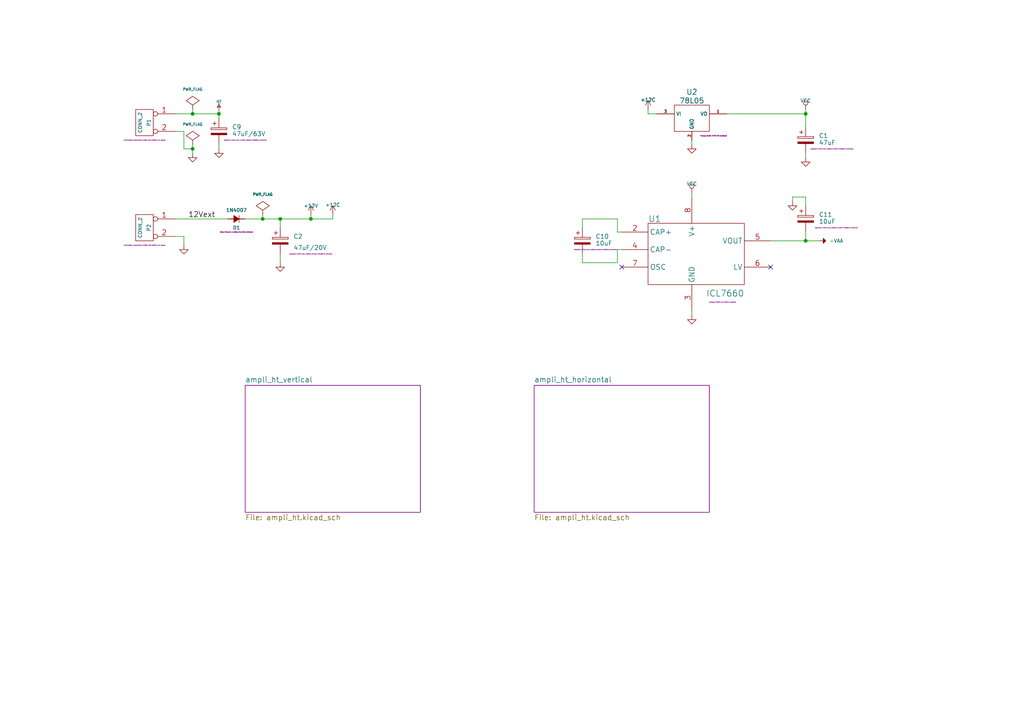
<source format=kicad_sch>
(kicad_sch (version 20200310) (host eeschema "(5.99.0-1545-g9916f24fa)")
  (page "A4")
  (title_block (title "Complex hierarchy: demo") (date "2017-01-15"))
  (lib_symbols
    (symbol "complex_hierarchy_schlib:+12C" (power) (pin_names (offset 0))
      (property "Value" "+12C" (at 0 3.81 0))
      (symbol "+12C_0_1"
        (polyline (pts (xy -0.762 1.27) (xy 0 2.54)))
        (polyline (pts (xy 0 0) (xy 0 2.54)))
        (polyline (pts (xy 0 2.54) (xy 0.762 1.27)))
      )
      (symbol "+12C_1_1"
        (pin power_in line (at 0 0 90) (length 0) (name "+12C") (number "1") hide)
      )
    )
    (symbol "complex_hierarchy_schlib:+12V" (power) (pin_names (offset 0))
      (property "Value" "+12V" (at 0 3.556 0))
      (symbol "+12V_0_1"
        (polyline (pts (xy -0.762 1.27) (xy 0 2.54)))
        (polyline (pts (xy 0 0) (xy 0 2.54)))
        (polyline (pts (xy 0 2.54) (xy 0.762 1.27)))
      )
      (symbol "+12V_1_1"
        (pin power_in line (at 0 0 90) (length 0) (name "+12V") (number "1") hide)
      )
    )
    (symbol "complex_hierarchy_schlib:-VAA" (power) (pin_names (offset 0))
      (property "Value" "-VAA" (at 0 2.54 0))
      (symbol "-VAA_0_1"
        (polyline (pts (xy 0 0) (xy 0 1.27) (xy 0 1.27)))
        (polyline (pts (xy 0 2.032) (xy 0.762 1.27) (xy -0.508 1.27) (xy -0.762 1.27) (xy 0 2.032) (xy 0 2.032) (xy 0 2.032)) (fill (type outline)))
      )
      (symbol "-VAA_0_0"
        (pin power_in line (at 0 0 90) (length 0) (name "-VAA") (number "1") hide)
      )
    )
    (symbol "complex_hierarchy_schlib:7805" (pin_names (offset 0.508))
      (property "Reference" "U" (at 3.81 -4.9784 0))
      (property "Value" "7805" (at 0 5.08 0))
      (symbol "7805_0_1"
        (rectangle (start -5.08 -3.81) (end 5.08 3.81))
      )
      (symbol "7805_1_1"
        (pin power_out line (at 10.16 1.27 180) (length 5.08) (name "VO") (number "1"))
        (pin input line (at 0 -6.35 90) (length 2.54) (name "GND") (number "2"))
        (pin input line (at -10.16 1.27 0) (length 5.08) (name "VI") (number "3"))
      )
    )
    (symbol "complex_hierarchy_schlib:CONN_2" (pin_names hide)
      (property "Reference" "P" (at -1.27 0 90))
      (property "Value" "CONN_2" (at 1.27 0 90))
      (symbol "CONN_2_0_1"
        (rectangle (start -2.54 3.81) (end 2.54 -3.81))
      )
      (symbol "CONN_2_1_1"
        (pin passive inverted (at -8.89 2.54 0) (length 6.35) (name "P1") (number "1"))
        (pin passive inverted (at -8.89 -2.54 0) (length 6.35) (name "PM") (number "2"))
      )
    )
    (symbol "complex_hierarchy_schlib:CP" (pin_numbers hide) (pin_names (offset 0.254))
      (property "Reference" "C" (at 0.635 2.54 0))
      (property "Value" "CP" (at 0.635 -2.54 0))
      (symbol "CP_0_1"
        (rectangle (start -2.286 0.508) (end -2.286 1.016))
        (rectangle (start -2.286 0.508) (end 2.286 0.508))
        (rectangle (start -1.778 2.286) (end -0.762 2.286))
        (rectangle (start -1.27 1.778) (end -1.27 2.794))
        (rectangle (start 2.286 -0.508) (end -2.286 -1.016) (fill (type outline)))
        (rectangle (start 2.286 1.016) (end -2.286 1.016))
        (rectangle (start 2.286 1.016) (end 2.286 0.508))
      )
      (symbol "CP_1_1"
        (pin passive line (at 0 3.81 270) (length 2.794) (name "~") (number "1"))
        (pin passive line (at 0 -3.81 90) (length 2.794) (name "~") (number "2"))
      )
    )
    (symbol "complex_hierarchy_schlib:D_Small" (pin_numbers hide) (pin_names (offset 0.254) hide)
      (property "Reference" "D" (at -1.27 2.032 0))
      (property "Value" "D_Small" (at -3.81 -2.032 0))
      (symbol "D_Small_0_1"
        (polyline (pts (xy -0.762 -1.016) (xy -0.762 1.016)))
        (polyline (pts (xy 0.762 -1.016) (xy -0.762 0) (xy 0.762 1.016) (xy 0.762 -1.016)) (fill (type outline)))
      )
      (symbol "D_Small_1_1"
        (pin passive line (at -2.54 0 0) (length 1.778) (name "K") (number "1"))
        (pin passive line (at 2.54 0 180) (length 1.778) (name "A") (number "2"))
      )
    )
    (symbol "complex_hierarchy_schlib:GND" (power) (pin_names (offset 0))
      (property "Value" "GND" (at 0 -3.1242 0))
      (symbol "GND_0_1"
        (polyline (pts (xy 0 0) (xy 0 -1.27) (xy 1.27 -1.27) (xy 0 -2.54) (xy -1.27 -1.27) (xy 0 -1.27)))
      )
      (symbol "GND_1_1"
        (pin power_in line (at 0 0 270) (length 0) (name "GND") (number "1") hide)
      )
    )
    (symbol "complex_hierarchy_schlib:HT" (power) (pin_names (offset 0))
      (property "Value" "HT" (at 0 2.286 0))
      (symbol "HT_0_1"
        (polyline (pts (xy 0 0) (xy 0 1.016) (xy 0 1.016)))
        (polyline (pts (xy 0 1.016) (xy 0.508 0.508) (xy 0 1.778) (xy -0.508 0.508) (xy 0 1.016) (xy 0 1.016)))
      )
      (symbol "HT_0_0"
        (pin power_in line (at 0 0 90) (length 0) (name "HT") (number "1") hide)
      )
    )
    (symbol "complex_hierarchy_schlib:ICL7660"
      (property "Reference" "U" (at 5.08 10.16 0))
      (property "Value" "ICL7660" (at 1.27 -11.43 0))
      (symbol "ICL7660_0_1"
        (rectangle (start -13.97 -8.89) (end 13.97 8.89))
      )
      (symbol "ICL7660_1_1"
        (pin input line (at -21.59 6.35 0) (length 7.62) (name "CAP+") (number "2"))
        (pin power_in line (at -1.27 -16.51 90) (length 7.62) (name "GND") (number "3"))
        (pin input line (at -21.59 1.27 0) (length 7.62) (name "CAP-") (number "4"))
        (pin power_out line (at 21.59 3.81 180) (length 7.62) (name "VOUT") (number "5"))
        (pin input line (at 21.59 -3.81 180) (length 7.62) (name "LV") (number "6"))
        (pin input line (at -21.59 -3.81 0) (length 7.62) (name "OSC") (number "7"))
        (pin power_in line (at -1.27 16.51 270) (length 7.62) (name "V+") (number "8"))
      )
    )
    (symbol "complex_hierarchy_schlib:PWR_FLAG" (power) (pin_numbers hide) (pin_names (offset 0) hide)
      (property "Value" "PWR_FLAG" (at 0 4.572 0))
      (symbol "PWR_FLAG_0_1"
        (polyline (pts (xy 0 0) (xy 0 1.27) (xy -1.905 2.54) (xy 0 3.81) (xy 1.905 2.54) (xy 0 1.27)))
      )
      (symbol "PWR_FLAG_0_0"
        (pin power_out line (at 0 0 90) (length 0) (name "pwr") (number "1"))
      )
    )
    (symbol "complex_hierarchy_schlib:VCC" (power) (pin_names (offset 0))
      (property "Value" "VCC" (at 0 3.81 0))
      (symbol "VCC_0_1"
        (circle (center 0 1.905) (radius 0.635))
        (polyline (pts (xy 0 0) (xy 0 1.27)))
      )
      (symbol "VCC_1_1"
        (pin power_in line (at 0 0 90) (length 0) (name "VCC") (number "1") hide)
      )
    )
  )
  (junction (at 55.88 33.02))
  (junction (at 63.5 33.02))
  (junction (at 233.68 33.02))
  (junction (at 76.2 63.5))
  (junction (at 90.17 63.5))
  (junction (at 55.88 43.18))
  (junction (at 81.28 63.5))
  (junction (at 233.68 69.85))
  (no_connect (at 180.34 77.47))
  (no_connect (at 223.52 77.47))
  (wire (pts (xy 50.8 33.02) (xy 55.88 33.02)))
  (wire (pts (xy 50.8 38.1) (xy 53.34 38.1)))
  (wire (pts (xy 50.8 63.5) (xy 66.04 63.5)))
  (wire (pts (xy 53.34 38.1) (xy 53.34 43.18)))
  (wire (pts (xy 53.34 43.18) (xy 55.88 43.18)))
  (wire (pts (xy 53.34 68.58) (xy 50.8 68.58)))
  (wire (pts (xy 53.34 71.12) (xy 53.34 68.58)))
  (wire (pts (xy 55.88 31.75) (xy 55.88 33.02)))
  (wire (pts (xy 55.88 33.02) (xy 63.5 33.02)))
  (wire (pts (xy 55.88 41.91) (xy 55.88 43.18)))
  (wire (pts (xy 55.88 43.18) (xy 55.88 44.45)))
  (wire (pts (xy 63.5 31.75) (xy 63.5 33.02)))
  (wire (pts (xy 63.5 33.02) (xy 63.5 34.29)))
  (wire (pts (xy 63.5 41.91) (xy 63.5 43.18)))
  (wire (pts (xy 71.12 63.5) (xy 76.2 63.5)))
  (wire (pts (xy 76.2 63.5) (xy 76.2 62.23)))
  (wire (pts (xy 76.2 63.5) (xy 81.28 63.5)))
  (wire (pts (xy 81.28 63.5) (xy 81.28 66.04)))
  (wire (pts (xy 81.28 63.5) (xy 90.17 63.5)))
  (wire (pts (xy 81.28 73.66) (xy 81.28 76.2)))
  (wire (pts (xy 90.17 62.23) (xy 90.17 63.5)))
  (wire (pts (xy 90.17 63.5) (xy 96.52 63.5)))
  (wire (pts (xy 96.52 63.5) (xy 96.52 62.23)))
  (wire (pts (xy 168.91 63.5) (xy 179.07 63.5)))
  (wire (pts (xy 168.91 66.04) (xy 168.91 63.5)))
  (wire (pts (xy 168.91 73.66) (xy 168.91 76.2)))
  (wire (pts (xy 168.91 76.2) (xy 179.07 76.2)))
  (wire (pts (xy 179.07 63.5) (xy 179.07 67.31)))
  (wire (pts (xy 179.07 67.31) (xy 180.34 67.31)))
  (wire (pts (xy 179.07 72.39) (xy 180.34 72.39)))
  (wire (pts (xy 179.07 76.2) (xy 179.07 72.39)))
  (wire (pts (xy 187.96 31.75) (xy 187.96 33.02)))
  (wire (pts (xy 187.96 33.02) (xy 190.5 33.02)))
  (wire (pts (xy 200.66 41.91) (xy 200.66 40.64)))
  (wire (pts (xy 200.66 55.88) (xy 200.66 57.15)))
  (wire (pts (xy 200.66 91.44) (xy 200.66 90.17)))
  (wire (pts (xy 210.82 33.02) (xy 233.68 33.02)))
  (wire (pts (xy 223.52 69.85) (xy 233.68 69.85)))
  (wire (pts (xy 229.87 57.15) (xy 233.68 57.15)))
  (wire (pts (xy 229.87 58.42) (xy 229.87 57.15)))
  (wire (pts (xy 233.68 31.75) (xy 233.68 33.02)))
  (wire (pts (xy 233.68 33.02) (xy 233.68 36.83)))
  (wire (pts (xy 233.68 44.45) (xy 233.68 45.72)))
  (wire (pts (xy 233.68 59.69) (xy 233.68 57.15)))
  (wire (pts (xy 233.68 67.31) (xy 233.68 69.85)))
  (wire (pts (xy 233.68 69.85) (xy 237.49 69.85)))
  (label "12Vext" (at 54.61 63.5 0) (effects (font (size 1.524 1.524))))
  (symbol (lib_id "complex_hierarchy_schlib:HT") (at 63.5 31.75 0) (unit 1)
    (property "Reference" "#PWR08" (effects hide))
    (property "Value" "HT" (at 63.5 29.464 0) (effects (font (size 0.762 0.762))))
  )
  (symbol (lib_id "complex_hierarchy_schlib:-VAA") (at 237.49 69.85 270) (unit 1)
    (property "Reference" "#PWR02" (effects hide))
    (property "Value" "-VAA" (at 242.57 69.85 90) (effects (font (size 1.016 1.016))))
  )
  (symbol (lib_id "complex_hierarchy_schlib:VCC") (at 200.66 55.88 0) (unit 1)
    (property "Reference" "#PWR03" (effects hide))
    (property "Value" "VCC" (at 200.66 53.34 0) (effects (font (size 1.016 1.016))))
  )
  (symbol (lib_id "complex_hierarchy_schlib:VCC") (at 233.68 31.75 0) (unit 1)
    (property "Reference" "#PWR04" (effects hide))
    (property "Value" "VCC" (at 233.68 29.21 0) (effects (font (size 1.016 1.016))))
  )
  (symbol (lib_id "complex_hierarchy_schlib:+12V") (at 90.17 62.23 0) (unit 1)
    (property "Reference" "#U016" (effects hide))
    (property "Value" "+12V" (at 90.17 59.69 0) (effects (font (size 1.016 1.016))))
  )
  (symbol (lib_id "complex_hierarchy_schlib:+12C") (at 96.52 62.23 0) (unit 1)
    (property "Reference" "#PWR014" (effects hide))
    (property "Value" "+12C" (at 96.52 59.436 0) (effects (font (size 1.016 1.016))))
  )
  (symbol (lib_id "complex_hierarchy_schlib:+12C") (at 187.96 31.75 0) (unit 1)
    (property "Reference" "#PWR011" (effects hide))
    (property "Value" "+12C" (at 187.96 28.956 0) (effects (font (size 1.016 1.016))))
  )
  (symbol (lib_id "complex_hierarchy_schlib:GND") (at 53.34 71.12 0) (unit 1)
    (property "Reference" "#PWR018" (effects hide))
    (property "Value" "GND" (effects hide))
  )
  (symbol (lib_id "complex_hierarchy_schlib:GND") (at 55.88 44.45 0) (unit 1)
    (property "Reference" "#PWR07" (effects hide))
    (property "Value" "GND" (effects hide))
  )
  (symbol (lib_id "complex_hierarchy_schlib:GND") (at 63.5 43.18 0) (unit 1)
    (property "Reference" "#PWR06" (effects hide))
    (property "Value" "GND" (effects hide))
  )
  (symbol (lib_id "complex_hierarchy_schlib:GND") (at 81.28 76.2 0) (unit 1)
    (property "Reference" "#PWR017" (effects hide))
    (property "Value" "GND" (effects hide))
  )
  (symbol (lib_id "complex_hierarchy_schlib:GND") (at 200.66 41.91 0) (unit 1)
    (property "Reference" "#PWR010" (effects hide))
    (property "Value" "GND" (effects hide))
  )
  (symbol (lib_id "complex_hierarchy_schlib:GND") (at 200.66 91.44 0) (unit 1)
    (property "Reference" "#PWR05" (effects hide))
    (property "Value" "GND" (effects hide))
  )
  (symbol (lib_id "complex_hierarchy_schlib:GND") (at 229.87 58.42 0) (unit 1)
    (property "Reference" "#PWR01" (effects hide))
    (property "Value" "GND" (effects hide))
  )
  (symbol (lib_id "complex_hierarchy_schlib:GND") (at 233.68 45.72 0) (unit 1)
    (property "Reference" "#PWR09" (effects hide))
    (property "Value" "GND" (effects hide))
  )
  (symbol (lib_id "complex_hierarchy_schlib:D_Small") (at 68.58 63.5 0) (mirror y) (unit 1)
    (property "Reference" "D1" (at 68.58 66.04 0) (effects (font (size 1.016 1.016))))
    (property "Value" "1N4007" (at 68.58 60.96 0) (effects (font (size 1.016 1.016))))
    (property "Footprint" "Diode_THT:D_DO-41_SOD81_P12.70mm_Horizontal" (at 68.58 67.31 0) (effects (font (size 0.254 0.254))))
  )
  (symbol (lib_id "complex_hierarchy_schlib:PWR_FLAG") (at 55.88 31.75 0) (unit 1)
    (property "Reference" "#U012" (effects hide))
    (property "Value" "PWR_FLAG" (at 55.88 25.908 0) (effects (font (size 0.762 0.762))))
  )
  (symbol (lib_id "complex_hierarchy_schlib:PWR_FLAG") (at 55.88 41.91 0) (unit 1)
    (property "Reference" "#U015" (effects hide))
    (property "Value" "PWR_FLAG" (at 55.88 36.068 0) (effects (font (size 0.762 0.762))))
  )
  (symbol (lib_id "complex_hierarchy_schlib:PWR_FLAG") (at 76.2 62.23 0) (unit 1)
    (property "Reference" "#U013" (effects hide))
    (property "Value" "PWR_FLAG" (at 76.2 56.388 0) (effects (font (size 0.762 0.762))))
  )
  (symbol (lib_id "complex_hierarchy_schlib:CP") (at 63.5 38.1 0) (unit 1)
    (property "Reference" "C9" (at 67.31 36.83 0) (effects (justify left)))
    (property "Value" "47uF/63V" (at 67.31 38.1 0) (effects (justify left top)))
    (property "Footprint" "Capacitor_THT:CP_Axial_L11.0mm_D6.0mm_P18.00mm_Horizontal" (at 71.12 40.64 0) (effects (font (size 0.254 0.254))))
  )
  (symbol (lib_id "complex_hierarchy_schlib:CP") (at 81.28 69.85 0) (unit 1)
    (property "Reference" "C2" (at 85.09 68.58 0) (effects (justify left)))
    (property "Value" "47uF/20V" (at 85.09 71.12 0) (effects (justify left top)))
    (property "Footprint" "Capacitor_THT:CP_Axial_L10.0mm_D4.5mm_P15.00mm_Horizontal" (at 90.17 73.66 0) (effects (font (size 0.254 0.254))))
  )
  (symbol (lib_id "complex_hierarchy_schlib:CP") (at 168.91 69.85 0) (unit 1)
    (property "Reference" "C10" (at 172.72 68.58 0) (effects (justify left)))
    (property "Value" "10uF" (at 172.72 69.85 0) (effects (justify left top)))
    (property "Footprint" "Capacitor_THT:CP_Axial_L10.0mm_D4.5mm_P15.00mm_Horizontal" (at 172.72 72.39 0) (effects (font (size 0.254 0.254))))
  )
  (symbol (lib_id "complex_hierarchy_schlib:CP") (at 233.68 40.64 0) (unit 1)
    (property "Reference" "C1" (at 237.49 39.37 0) (effects (justify left)))
    (property "Value" "47uF" (at 237.49 40.64 0) (effects (justify left top)))
    (property "Footprint" "Capacitor_THT:CP_Axial_L10.0mm_D4.5mm_P15.00mm_Horizontal" (at 241.3 43.18 0) (effects (font (size 0.254 0.254))))
  )
  (symbol (lib_id "complex_hierarchy_schlib:CP") (at 233.68 63.5 0) (unit 1)
    (property "Reference" "C11" (at 237.49 62.23 0) (effects (justify left)))
    (property "Value" "10uF" (at 237.49 63.5 0) (effects (justify left top)))
    (property "Footprint" "Capacitor_THT:CP_Axial_L10.0mm_D4.5mm_P15.00mm_Horizontal" (at 242.57 66.04 0) (effects (font (size 0.254 0.254))))
  )
  (symbol (lib_id "complex_hierarchy_schlib:CONN_2") (at 41.91 35.56 0) (mirror y) (unit 1)
    (property "Reference" "P1" (at 43.18 35.56 90) (effects (font (size 1.016 1.016))))
    (property "Value" "CONN_2" (at 40.64 35.56 90) (effects (font (size 1.016 1.016))))
    (property "Footprint" "TerminalBlock_Altech:Altech_AK300_1x02_P5.00mm_45-Degree" (at 41.91 40.64 0) (effects (font (size 0.254 0.254))))
  )
  (symbol (lib_id "complex_hierarchy_schlib:CONN_2") (at 41.91 66.04 0) (mirror y) (unit 1)
    (property "Reference" "P2" (at 43.18 66.04 90) (effects (font (size 1.016 1.016))))
    (property "Value" "CONN_2" (at 40.64 66.04 90) (effects (font (size 1.016 1.016))))
    (property "Footprint" "TerminalBlock_Altech:Altech_AK300_1x02_P5.00mm_45-Degree" (at 41.91 71.12 0) (effects (font (size 0.254 0.254))))
  )
  (symbol (lib_id "complex_hierarchy_schlib:7805") (at 200.66 34.29 0) (unit 1)
    (property "Reference" "U2" (at 200.66 26.67 0) (effects (font (size 1.524 1.524))))
    (property "Value" "78L05" (at 200.66 29.21 0) (effects (font (size 1.524 1.524))))
    (property "Footprint" "Package_TO_SOT_THT:TO-92_HandSolder" (at 207.01 39.37 0) (effects (font (size 0.254 0.254))))
  )
  (symbol (lib_id "complex_hierarchy_schlib:ICL7660") (at 201.93 73.66 0) (unit 1)
    (property "Reference" "U1" (at 187.96 63.5 0) (effects (font (size 1.778 1.778)) (justify left)))
    (property "Value" "ICL7660" (at 215.9 85.09 0) (effects (font (size 1.778 1.778)) (justify right)))
    (property "Footprint" "Package_DIP:DIP-8_W7.62mm_LongPads" (at 209.55 87.63 0) (effects (font (size 0.254 0.254))))
  )
  (sheet (at 154.94 111.76) (size 50.8 36.83) (stroke (color 132 0 132 1)) (fill (color 255 255 255 0.0000))
    (property "Reference" "ampli_ht_horizontal" (at 154.94 110.9975 0) (effects (font (size 1.524 1.524)) (justify left bottom)))
    (property "Value" "ampli_ht.kicad_sch" (at 154.94 149.2001 0) (effects (font (size 1.524 1.524)) (justify left top)))
  )
  (sheet (at 71.12 111.76) (size 50.8 36.83) (stroke (color 132 0 132 1)) (fill (color 255 255 255 0.0000))
    (property "Reference" "ampli_ht_vertical" (at 71.12 110.9975 0) (effects (font (size 1.524 1.524)) (justify left bottom)))
    (property "Value" "ampli_ht.kicad_sch" (at 71.12 149.2001 0) (effects (font (size 1.524 1.524)) (justify left top)))
  )
)
</source>
